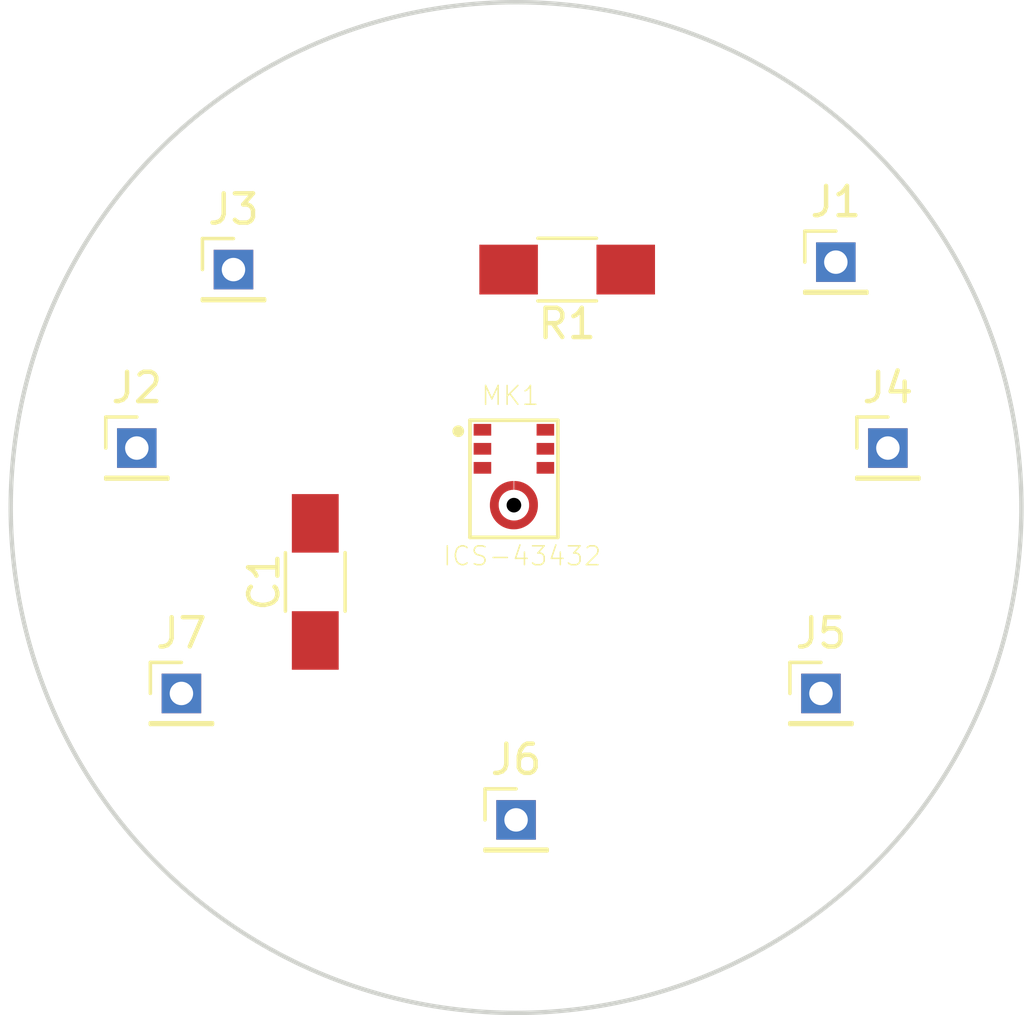
<source format=kicad_pcb>
(kicad_pcb (version 20171130) (host pcbnew 5.0.0-rc2-unknown-2d812c2~65~ubuntu16.04.1)

  (general
    (thickness 1.6)
    (drawings 1)
    (tracks 0)
    (zones 0)
    (modules 10)
    (nets 8)
  )

  (page A4)
  (title_block
    (title "Mems ICS-43432")
    (date 2018-05-23)
    (rev 1.0)
    (company AAC)
    (comment 1 "Author: jgv")
  )

  (layers
    (0 F.Cu signal)
    (31 B.Cu signal)
    (32 B.Adhes user)
    (33 F.Adhes user)
    (34 B.Paste user)
    (35 F.Paste user)
    (36 B.SilkS user)
    (37 F.SilkS user)
    (38 B.Mask user)
    (39 F.Mask user)
    (40 Dwgs.User user)
    (41 Cmts.User user)
    (42 Eco1.User user)
    (43 Eco2.User user)
    (44 Edge.Cuts user)
    (45 Margin user)
    (46 B.CrtYd user)
    (47 F.CrtYd user)
    (48 B.Fab user)
    (49 F.Fab user)
  )

  (setup
    (last_trace_width 0.25)
    (trace_clearance 0.2)
    (zone_clearance 0.508)
    (zone_45_only no)
    (trace_min 0.2)
    (segment_width 0.2)
    (edge_width 0.15)
    (via_size 0.6)
    (via_drill 0.4)
    (via_min_size 0.4)
    (via_min_drill 0.3)
    (uvia_size 0.3)
    (uvia_drill 0.1)
    (uvias_allowed no)
    (uvia_min_size 0.2)
    (uvia_min_drill 0.1)
    (pcb_text_width 0)
    (pcb_text_size 0 0)
    (mod_edge_width 0.15)
    (mod_text_size 1 1)
    (mod_text_width 0.15)
    (pad_size 1.524 1.524)
    (pad_drill 0.762)
    (pad_to_mask_clearance 0.2)
    (aux_axis_origin 0 0)
    (visible_elements FFFFFF7F)
    (pcbplotparams
      (layerselection 0x00030_80000001)
      (usegerberextensions false)
      (usegerberattributes false)
      (usegerberadvancedattributes false)
      (creategerberjobfile false)
      (excludeedgelayer true)
      (linewidth 0.100000)
      (plotframeref false)
      (viasonmask false)
      (mode 1)
      (useauxorigin false)
      (hpglpennumber 1)
      (hpglpenspeed 20)
      (hpglpendiameter 15)
      (psnegative false)
      (psa4output false)
      (plotreference true)
      (plotvalue true)
      (plotinvisibletext false)
      (padsonsilk false)
      (subtractmaskfromsilk false)
      (outputformat 1)
      (mirror false)
      (drillshape 1)
      (scaleselection 1)
      (outputdirectory ""))
  )

  (net 0 "")
  (net 1 GND)
  (net 2 VCC)
  (net 3 "Net-(J1-Pad1)")
  (net 4 "Net-(J2-Pad1)")
  (net 5 "Net-(J3-Pad1)")
  (net 6 "Net-(J4-Pad1)")
  (net 7 "Net-(J5-Pad1)")

  (net_class Default "This is the default net class."
    (clearance 0.2)
    (trace_width 0.25)
    (via_dia 0.6)
    (via_drill 0.4)
    (uvia_dia 0.3)
    (uvia_drill 0.1)
    (add_net GND)
    (add_net "Net-(J1-Pad1)")
    (add_net "Net-(J2-Pad1)")
    (add_net "Net-(J3-Pad1)")
    (add_net "Net-(J4-Pad1)")
    (add_net "Net-(J5-Pad1)")
    (add_net VCC)
  )

  (module Capacitors_SMD:C_1206_HandSoldering (layer F.Cu) (tedit 58AA84D1) (tstamp 5B05D4D2)
    (at 151.13 104.394 90)
    (descr "Capacitor SMD 1206, hand soldering")
    (tags "capacitor 1206")
    (path /5B034554)
    (attr smd)
    (fp_text reference C1 (at 0 -1.75 90) (layer F.SilkS)
      (effects (font (size 1 1) (thickness 0.15)))
    )
    (fp_text value 0.1uF (at 0 2 90) (layer F.Fab)
      (effects (font (size 1 1) (thickness 0.15)))
    )
    (fp_line (start 3.25 1.05) (end -3.25 1.05) (layer F.CrtYd) (width 0.05))
    (fp_line (start 3.25 1.05) (end 3.25 -1.05) (layer F.CrtYd) (width 0.05))
    (fp_line (start -3.25 -1.05) (end -3.25 1.05) (layer F.CrtYd) (width 0.05))
    (fp_line (start -3.25 -1.05) (end 3.25 -1.05) (layer F.CrtYd) (width 0.05))
    (fp_line (start -1 1.02) (end 1 1.02) (layer F.SilkS) (width 0.12))
    (fp_line (start 1 -1.02) (end -1 -1.02) (layer F.SilkS) (width 0.12))
    (fp_line (start -1.6 -0.8) (end 1.6 -0.8) (layer F.Fab) (width 0.1))
    (fp_line (start 1.6 -0.8) (end 1.6 0.8) (layer F.Fab) (width 0.1))
    (fp_line (start 1.6 0.8) (end -1.6 0.8) (layer F.Fab) (width 0.1))
    (fp_line (start -1.6 0.8) (end -1.6 -0.8) (layer F.Fab) (width 0.1))
    (fp_text user %R (at 0 -1.75 90) (layer F.Fab)
      (effects (font (size 1 1) (thickness 0.15)))
    )
    (pad 2 smd rect (at 2 0 90) (size 2 1.6) (layers F.Cu F.Paste F.Mask)
      (net 1 GND))
    (pad 1 smd rect (at -2 0 90) (size 2 1.6) (layers F.Cu F.Paste F.Mask)
      (net 2 VCC))
    (model Capacitors_SMD.3dshapes/C_1206.wrl
      (at (xyz 0 0 0))
      (scale (xyz 1 1 1))
      (rotate (xyz 0 0 0))
    )
  )

  (module Pin_Headers:Pin_Header_Straight_1x01_Pitch2.00mm (layer F.Cu) (tedit 59650533) (tstamp 5B05D856)
    (at 168.91 93.472)
    (descr "Through hole straight pin header, 1x01, 2.00mm pitch, single row")
    (tags "Through hole pin header THT 1x01 2.00mm single row")
    (path /5B0350A3)
    (fp_text reference J1 (at 0 -2.06) (layer F.SilkS)
      (effects (font (size 1 1) (thickness 0.15)))
    )
    (fp_text value Conn_01x01 (at 0 2.06) (layer F.Fab)
      (effects (font (size 1 1) (thickness 0.15)))
    )
    (fp_line (start -0.5 -1) (end 1 -1) (layer F.Fab) (width 0.1))
    (fp_line (start 1 -1) (end 1 1) (layer F.Fab) (width 0.1))
    (fp_line (start 1 1) (end -1 1) (layer F.Fab) (width 0.1))
    (fp_line (start -1 1) (end -1 -0.5) (layer F.Fab) (width 0.1))
    (fp_line (start -1 -0.5) (end -0.5 -1) (layer F.Fab) (width 0.1))
    (fp_line (start -1.06 1.06) (end 1.06 1.06) (layer F.SilkS) (width 0.12))
    (fp_line (start -1.06 1) (end -1.06 1.06) (layer F.SilkS) (width 0.12))
    (fp_line (start 1.06 1) (end 1.06 1.06) (layer F.SilkS) (width 0.12))
    (fp_line (start -1.06 1) (end 1.06 1) (layer F.SilkS) (width 0.12))
    (fp_line (start -1.06 0) (end -1.06 -1.06) (layer F.SilkS) (width 0.12))
    (fp_line (start -1.06 -1.06) (end 0 -1.06) (layer F.SilkS) (width 0.12))
    (fp_line (start -1.5 -1.5) (end -1.5 1.5) (layer F.CrtYd) (width 0.05))
    (fp_line (start -1.5 1.5) (end 1.5 1.5) (layer F.CrtYd) (width 0.05))
    (fp_line (start 1.5 1.5) (end 1.5 -1.5) (layer F.CrtYd) (width 0.05))
    (fp_line (start 1.5 -1.5) (end -1.5 -1.5) (layer F.CrtYd) (width 0.05))
    (fp_text user %R (at 0 0 90) (layer F.Fab)
      (effects (font (size 1 1) (thickness 0.15)))
    )
    (pad 1 thru_hole rect (at 0 0) (size 1.35 1.35) (drill 0.8) (layers *.Cu *.Mask)
      (net 3 "Net-(J1-Pad1)"))
    (model ${KISYS3DMOD}/Pin_Headers.3dshapes/Pin_Header_Straight_1x01_Pitch2.00mm.wrl
      (at (xyz 0 0 0))
      (scale (xyz 1 1 1))
      (rotate (xyz 0 0 0))
    )
  )

  (module Pin_Headers:Pin_Header_Straight_1x01_Pitch2.00mm (layer F.Cu) (tedit 59650533) (tstamp 5B05D4FC)
    (at 145.034 99.822)
    (descr "Through hole straight pin header, 1x01, 2.00mm pitch, single row")
    (tags "Through hole pin header THT 1x01 2.00mm single row")
    (path /5B034F96)
    (fp_text reference J2 (at 0 -2.06) (layer F.SilkS)
      (effects (font (size 1 1) (thickness 0.15)))
    )
    (fp_text value Conn_01x01 (at 0 2.06) (layer F.Fab)
      (effects (font (size 1 1) (thickness 0.15)))
    )
    (fp_line (start -0.5 -1) (end 1 -1) (layer F.Fab) (width 0.1))
    (fp_line (start 1 -1) (end 1 1) (layer F.Fab) (width 0.1))
    (fp_line (start 1 1) (end -1 1) (layer F.Fab) (width 0.1))
    (fp_line (start -1 1) (end -1 -0.5) (layer F.Fab) (width 0.1))
    (fp_line (start -1 -0.5) (end -0.5 -1) (layer F.Fab) (width 0.1))
    (fp_line (start -1.06 1.06) (end 1.06 1.06) (layer F.SilkS) (width 0.12))
    (fp_line (start -1.06 1) (end -1.06 1.06) (layer F.SilkS) (width 0.12))
    (fp_line (start 1.06 1) (end 1.06 1.06) (layer F.SilkS) (width 0.12))
    (fp_line (start -1.06 1) (end 1.06 1) (layer F.SilkS) (width 0.12))
    (fp_line (start -1.06 0) (end -1.06 -1.06) (layer F.SilkS) (width 0.12))
    (fp_line (start -1.06 -1.06) (end 0 -1.06) (layer F.SilkS) (width 0.12))
    (fp_line (start -1.5 -1.5) (end -1.5 1.5) (layer F.CrtYd) (width 0.05))
    (fp_line (start -1.5 1.5) (end 1.5 1.5) (layer F.CrtYd) (width 0.05))
    (fp_line (start 1.5 1.5) (end 1.5 -1.5) (layer F.CrtYd) (width 0.05))
    (fp_line (start 1.5 -1.5) (end -1.5 -1.5) (layer F.CrtYd) (width 0.05))
    (fp_text user %R (at 0 0 90) (layer F.Fab)
      (effects (font (size 1 1) (thickness 0.15)))
    )
    (pad 1 thru_hole rect (at 0 0) (size 1.35 1.35) (drill 0.8) (layers *.Cu *.Mask)
      (net 4 "Net-(J2-Pad1)"))
    (model ${KISYS3DMOD}/Pin_Headers.3dshapes/Pin_Header_Straight_1x01_Pitch2.00mm.wrl
      (at (xyz 0 0 0))
      (scale (xyz 1 1 1))
      (rotate (xyz 0 0 0))
    )
  )

  (module Pin_Headers:Pin_Header_Straight_1x01_Pitch2.00mm (layer F.Cu) (tedit 59650533) (tstamp 5B05D511)
    (at 148.336 93.726)
    (descr "Through hole straight pin header, 1x01, 2.00mm pitch, single row")
    (tags "Through hole pin header THT 1x01 2.00mm single row")
    (path /5B034E17)
    (fp_text reference J3 (at 0 -2.06) (layer F.SilkS)
      (effects (font (size 1 1) (thickness 0.15)))
    )
    (fp_text value Conn_01x01 (at 0 2.06) (layer F.Fab)
      (effects (font (size 1 1) (thickness 0.15)))
    )
    (fp_text user %R (at 0 0 90) (layer F.Fab)
      (effects (font (size 1 1) (thickness 0.15)))
    )
    (fp_line (start 1.5 -1.5) (end -1.5 -1.5) (layer F.CrtYd) (width 0.05))
    (fp_line (start 1.5 1.5) (end 1.5 -1.5) (layer F.CrtYd) (width 0.05))
    (fp_line (start -1.5 1.5) (end 1.5 1.5) (layer F.CrtYd) (width 0.05))
    (fp_line (start -1.5 -1.5) (end -1.5 1.5) (layer F.CrtYd) (width 0.05))
    (fp_line (start -1.06 -1.06) (end 0 -1.06) (layer F.SilkS) (width 0.12))
    (fp_line (start -1.06 0) (end -1.06 -1.06) (layer F.SilkS) (width 0.12))
    (fp_line (start -1.06 1) (end 1.06 1) (layer F.SilkS) (width 0.12))
    (fp_line (start 1.06 1) (end 1.06 1.06) (layer F.SilkS) (width 0.12))
    (fp_line (start -1.06 1) (end -1.06 1.06) (layer F.SilkS) (width 0.12))
    (fp_line (start -1.06 1.06) (end 1.06 1.06) (layer F.SilkS) (width 0.12))
    (fp_line (start -1 -0.5) (end -0.5 -1) (layer F.Fab) (width 0.1))
    (fp_line (start -1 1) (end -1 -0.5) (layer F.Fab) (width 0.1))
    (fp_line (start 1 1) (end -1 1) (layer F.Fab) (width 0.1))
    (fp_line (start 1 -1) (end 1 1) (layer F.Fab) (width 0.1))
    (fp_line (start -0.5 -1) (end 1 -1) (layer F.Fab) (width 0.1))
    (pad 1 thru_hole rect (at 0 0) (size 1.35 1.35) (drill 0.8) (layers *.Cu *.Mask)
      (net 5 "Net-(J3-Pad1)"))
    (model ${KISYS3DMOD}/Pin_Headers.3dshapes/Pin_Header_Straight_1x01_Pitch2.00mm.wrl
      (at (xyz 0 0 0))
      (scale (xyz 1 1 1))
      (rotate (xyz 0 0 0))
    )
  )

  (module Pin_Headers:Pin_Header_Straight_1x01_Pitch2.00mm (layer F.Cu) (tedit 59650533) (tstamp 5B05D526)
    (at 170.688 99.822)
    (descr "Through hole straight pin header, 1x01, 2.00mm pitch, single row")
    (tags "Through hole pin header THT 1x01 2.00mm single row")
    (path /5B035017)
    (fp_text reference J4 (at 0 -2.06) (layer F.SilkS)
      (effects (font (size 1 1) (thickness 0.15)))
    )
    (fp_text value Conn_01x01 (at 0 2.06) (layer F.Fab)
      (effects (font (size 1 1) (thickness 0.15)))
    )
    (fp_text user %R (at 0 0 90) (layer F.Fab)
      (effects (font (size 1 1) (thickness 0.15)))
    )
    (fp_line (start 1.5 -1.5) (end -1.5 -1.5) (layer F.CrtYd) (width 0.05))
    (fp_line (start 1.5 1.5) (end 1.5 -1.5) (layer F.CrtYd) (width 0.05))
    (fp_line (start -1.5 1.5) (end 1.5 1.5) (layer F.CrtYd) (width 0.05))
    (fp_line (start -1.5 -1.5) (end -1.5 1.5) (layer F.CrtYd) (width 0.05))
    (fp_line (start -1.06 -1.06) (end 0 -1.06) (layer F.SilkS) (width 0.12))
    (fp_line (start -1.06 0) (end -1.06 -1.06) (layer F.SilkS) (width 0.12))
    (fp_line (start -1.06 1) (end 1.06 1) (layer F.SilkS) (width 0.12))
    (fp_line (start 1.06 1) (end 1.06 1.06) (layer F.SilkS) (width 0.12))
    (fp_line (start -1.06 1) (end -1.06 1.06) (layer F.SilkS) (width 0.12))
    (fp_line (start -1.06 1.06) (end 1.06 1.06) (layer F.SilkS) (width 0.12))
    (fp_line (start -1 -0.5) (end -0.5 -1) (layer F.Fab) (width 0.1))
    (fp_line (start -1 1) (end -1 -0.5) (layer F.Fab) (width 0.1))
    (fp_line (start 1 1) (end -1 1) (layer F.Fab) (width 0.1))
    (fp_line (start 1 -1) (end 1 1) (layer F.Fab) (width 0.1))
    (fp_line (start -0.5 -1) (end 1 -1) (layer F.Fab) (width 0.1))
    (pad 1 thru_hole rect (at 0 0) (size 1.35 1.35) (drill 0.8) (layers *.Cu *.Mask)
      (net 6 "Net-(J4-Pad1)"))
    (model ${KISYS3DMOD}/Pin_Headers.3dshapes/Pin_Header_Straight_1x01_Pitch2.00mm.wrl
      (at (xyz 0 0 0))
      (scale (xyz 1 1 1))
      (rotate (xyz 0 0 0))
    )
  )

  (module Pin_Headers:Pin_Header_Straight_1x01_Pitch2.00mm (layer F.Cu) (tedit 59650533) (tstamp 5B05D53B)
    (at 168.402 108.204)
    (descr "Through hole straight pin header, 1x01, 2.00mm pitch, single row")
    (tags "Through hole pin header THT 1x01 2.00mm single row")
    (path /5B035122)
    (fp_text reference J5 (at 0 -2.06) (layer F.SilkS)
      (effects (font (size 1 1) (thickness 0.15)))
    )
    (fp_text value Conn_01x01 (at 0 2.06) (layer F.Fab)
      (effects (font (size 1 1) (thickness 0.15)))
    )
    (fp_text user %R (at 0 0 90) (layer F.Fab)
      (effects (font (size 1 1) (thickness 0.15)))
    )
    (fp_line (start 1.5 -1.5) (end -1.5 -1.5) (layer F.CrtYd) (width 0.05))
    (fp_line (start 1.5 1.5) (end 1.5 -1.5) (layer F.CrtYd) (width 0.05))
    (fp_line (start -1.5 1.5) (end 1.5 1.5) (layer F.CrtYd) (width 0.05))
    (fp_line (start -1.5 -1.5) (end -1.5 1.5) (layer F.CrtYd) (width 0.05))
    (fp_line (start -1.06 -1.06) (end 0 -1.06) (layer F.SilkS) (width 0.12))
    (fp_line (start -1.06 0) (end -1.06 -1.06) (layer F.SilkS) (width 0.12))
    (fp_line (start -1.06 1) (end 1.06 1) (layer F.SilkS) (width 0.12))
    (fp_line (start 1.06 1) (end 1.06 1.06) (layer F.SilkS) (width 0.12))
    (fp_line (start -1.06 1) (end -1.06 1.06) (layer F.SilkS) (width 0.12))
    (fp_line (start -1.06 1.06) (end 1.06 1.06) (layer F.SilkS) (width 0.12))
    (fp_line (start -1 -0.5) (end -0.5 -1) (layer F.Fab) (width 0.1))
    (fp_line (start -1 1) (end -1 -0.5) (layer F.Fab) (width 0.1))
    (fp_line (start 1 1) (end -1 1) (layer F.Fab) (width 0.1))
    (fp_line (start 1 -1) (end 1 1) (layer F.Fab) (width 0.1))
    (fp_line (start -0.5 -1) (end 1 -1) (layer F.Fab) (width 0.1))
    (pad 1 thru_hole rect (at 0 0) (size 1.35 1.35) (drill 0.8) (layers *.Cu *.Mask)
      (net 7 "Net-(J5-Pad1)"))
    (model ${KISYS3DMOD}/Pin_Headers.3dshapes/Pin_Header_Straight_1x01_Pitch2.00mm.wrl
      (at (xyz 0 0 0))
      (scale (xyz 1 1 1))
      (rotate (xyz 0 0 0))
    )
  )

  (module Pin_Headers:Pin_Header_Straight_1x01_Pitch2.00mm (layer F.Cu) (tedit 59650533) (tstamp 5B05D550)
    (at 157.988 112.522)
    (descr "Through hole straight pin header, 1x01, 2.00mm pitch, single row")
    (tags "Through hole pin header THT 1x01 2.00mm single row")
    (path /5B0360BF)
    (fp_text reference J6 (at 0 -2.06) (layer F.SilkS)
      (effects (font (size 1 1) (thickness 0.15)))
    )
    (fp_text value Conn_01x01 (at 0 2.06) (layer F.Fab)
      (effects (font (size 1 1) (thickness 0.15)))
    )
    (fp_line (start -0.5 -1) (end 1 -1) (layer F.Fab) (width 0.1))
    (fp_line (start 1 -1) (end 1 1) (layer F.Fab) (width 0.1))
    (fp_line (start 1 1) (end -1 1) (layer F.Fab) (width 0.1))
    (fp_line (start -1 1) (end -1 -0.5) (layer F.Fab) (width 0.1))
    (fp_line (start -1 -0.5) (end -0.5 -1) (layer F.Fab) (width 0.1))
    (fp_line (start -1.06 1.06) (end 1.06 1.06) (layer F.SilkS) (width 0.12))
    (fp_line (start -1.06 1) (end -1.06 1.06) (layer F.SilkS) (width 0.12))
    (fp_line (start 1.06 1) (end 1.06 1.06) (layer F.SilkS) (width 0.12))
    (fp_line (start -1.06 1) (end 1.06 1) (layer F.SilkS) (width 0.12))
    (fp_line (start -1.06 0) (end -1.06 -1.06) (layer F.SilkS) (width 0.12))
    (fp_line (start -1.06 -1.06) (end 0 -1.06) (layer F.SilkS) (width 0.12))
    (fp_line (start -1.5 -1.5) (end -1.5 1.5) (layer F.CrtYd) (width 0.05))
    (fp_line (start -1.5 1.5) (end 1.5 1.5) (layer F.CrtYd) (width 0.05))
    (fp_line (start 1.5 1.5) (end 1.5 -1.5) (layer F.CrtYd) (width 0.05))
    (fp_line (start 1.5 -1.5) (end -1.5 -1.5) (layer F.CrtYd) (width 0.05))
    (fp_text user %R (at 0 0 90) (layer F.Fab)
      (effects (font (size 1 1) (thickness 0.15)))
    )
    (pad 1 thru_hole rect (at 0 0) (size 1.35 1.35) (drill 0.8) (layers *.Cu *.Mask)
      (net 2 VCC))
    (model ${KISYS3DMOD}/Pin_Headers.3dshapes/Pin_Header_Straight_1x01_Pitch2.00mm.wrl
      (at (xyz 0 0 0))
      (scale (xyz 1 1 1))
      (rotate (xyz 0 0 0))
    )
  )

  (module Pin_Headers:Pin_Header_Straight_1x01_Pitch2.00mm (layer F.Cu) (tedit 59650533) (tstamp 5B05D9C4)
    (at 146.558 108.204)
    (descr "Through hole straight pin header, 1x01, 2.00mm pitch, single row")
    (tags "Through hole pin header THT 1x01 2.00mm single row")
    (path /5B03612A)
    (fp_text reference J7 (at 0 -2.06) (layer F.SilkS)
      (effects (font (size 1 1) (thickness 0.15)))
    )
    (fp_text value Conn_01x01 (at 0 2.06) (layer F.Fab)
      (effects (font (size 1 1) (thickness 0.15)))
    )
    (fp_text user %R (at 0 0 90) (layer F.Fab)
      (effects (font (size 1 1) (thickness 0.15)))
    )
    (fp_line (start 1.5 -1.5) (end -1.5 -1.5) (layer F.CrtYd) (width 0.05))
    (fp_line (start 1.5 1.5) (end 1.5 -1.5) (layer F.CrtYd) (width 0.05))
    (fp_line (start -1.5 1.5) (end 1.5 1.5) (layer F.CrtYd) (width 0.05))
    (fp_line (start -1.5 -1.5) (end -1.5 1.5) (layer F.CrtYd) (width 0.05))
    (fp_line (start -1.06 -1.06) (end 0 -1.06) (layer F.SilkS) (width 0.12))
    (fp_line (start -1.06 0) (end -1.06 -1.06) (layer F.SilkS) (width 0.12))
    (fp_line (start -1.06 1) (end 1.06 1) (layer F.SilkS) (width 0.12))
    (fp_line (start 1.06 1) (end 1.06 1.06) (layer F.SilkS) (width 0.12))
    (fp_line (start -1.06 1) (end -1.06 1.06) (layer F.SilkS) (width 0.12))
    (fp_line (start -1.06 1.06) (end 1.06 1.06) (layer F.SilkS) (width 0.12))
    (fp_line (start -1 -0.5) (end -0.5 -1) (layer F.Fab) (width 0.1))
    (fp_line (start -1 1) (end -1 -0.5) (layer F.Fab) (width 0.1))
    (fp_line (start 1 1) (end -1 1) (layer F.Fab) (width 0.1))
    (fp_line (start 1 -1) (end 1 1) (layer F.Fab) (width 0.1))
    (fp_line (start -0.5 -1) (end 1 -1) (layer F.Fab) (width 0.1))
    (pad 1 thru_hole rect (at 0 0) (size 1.35 1.35) (drill 0.8) (layers *.Cu *.Mask)
      (net 1 GND))
    (model ${KISYS3DMOD}/Pin_Headers.3dshapes/Pin_Header_Straight_1x01_Pitch2.00mm.wrl
      (at (xyz 0 0 0))
      (scale (xyz 1 1 1))
      (rotate (xyz 0 0 0))
    )
  )

  (module ICS-43432:MIC_ICS-43432 (layer F.Cu) (tedit 0) (tstamp 5B05D589)
    (at 157.914484 99.847382)
    (path /5B034021)
    (attr smd)
    (fp_text reference MK1 (at -0.125041 -1.81571) (layer F.SilkS)
      (effects (font (size 0.643294 0.643294) (thickness 0.05)))
    )
    (fp_text value ICS-43432 (at 0.283439 3.66222) (layer F.SilkS)
      (effects (font (size 0.64327 0.64327) (thickness 0.05)))
    )
    (fp_line (start 1.5 -0.975) (end 1.5 3.025) (layer Dwgs.User) (width 0.127))
    (fp_line (start 1.5 3.025) (end -1.5 3.025) (layer Dwgs.User) (width 0.127))
    (fp_line (start -1.5 3.025) (end -1.5 -0.975) (layer Dwgs.User) (width 0.127))
    (fp_line (start -1.5 -0.975) (end 1.5 -0.975) (layer Dwgs.User) (width 0.127))
    (fp_line (start 1.5 -0.975) (end 1.5 3.025) (layer F.SilkS) (width 0.127))
    (fp_line (start 1.5 3.025) (end -1.5 3.025) (layer F.SilkS) (width 0.127))
    (fp_line (start -1.5 3.025) (end -1.5 -0.975) (layer F.SilkS) (width 0.127))
    (fp_line (start -1.5 -0.975) (end 1.5 -0.975) (layer F.SilkS) (width 0.127))
    (fp_line (start 1.75 -1.225) (end 1.75 3.275) (layer Dwgs.User) (width 0.05))
    (fp_line (start 1.75 3.275) (end -1.75 3.275) (layer Dwgs.User) (width 0.05))
    (fp_line (start -1.75 3.275) (end -1.75 -1.225) (layer Dwgs.User) (width 0.05))
    (fp_line (start -1.75 -1.225) (end 1.75 -1.225) (layer Dwgs.User) (width 0.05))
    (fp_circle (center -1.9 -0.6) (end -1.8 -0.6) (layer F.SilkS) (width 0.2))
    (fp_poly (pts (xy -0.825 -0.8) (xy -0.825 -0.5) (xy -1.325 -0.5) (xy -1.325 -0.8)) (layer F.Paste) (width 0.0001))
    (fp_poly (pts (xy -0.825 -0.15) (xy -0.825 0.15) (xy -1.325 0.15) (xy -1.325 -0.15)) (layer F.Paste) (width 0.0001))
    (fp_poly (pts (xy -0.825 0.5) (xy -0.825 0.8) (xy -1.325 0.8) (xy -1.325 0.5)) (layer F.Paste) (width 0.0001))
    (fp_poly (pts (xy 1.325 -0.8) (xy 1.325 -0.5) (xy 0.825 -0.5) (xy 0.825 -0.8)) (layer F.Paste) (width 0.0001))
    (fp_poly (pts (xy 1.325 -0.15) (xy 1.325 0.15) (xy 0.825 0.15) (xy 0.825 -0.15)) (layer F.Paste) (width 0.0001))
    (fp_poly (pts (xy 1.325 0.5) (xy 1.325 0.8) (xy 0.825 0.8) (xy 0.825 0.5)) (layer F.Paste) (width 0.0001))
    (fp_poly (pts (xy 0.05 1.345) (xy 0.065392 1.34634) (xy 0.092184 1.34995) (xy 0.118778 1.3548)
      (xy 0.145119 1.36088) (xy 0.171148 1.36818) (xy 0.196809 1.37668) (xy 0.222047 1.38637)
      (xy 0.246806 1.39722) (xy 0.271034 1.40921) (xy 0.294678 1.42232) (xy 0.317687 1.43651)
      (xy 0.34001 1.45176) (xy 0.3616 1.46803) (xy 0.382409 1.48528) (xy 0.402393 1.50349)
      (xy 0.421509 1.5226) (xy 0.439714 1.54259) (xy 0.45697 1.5634) (xy 0.473239 1.58499)
      (xy 0.488486 1.60731) (xy 0.502678 1.63032) (xy 0.515784 1.65396) (xy 0.527776 1.67819)
      (xy 0.538628 1.70295) (xy 0.548316 1.72819) (xy 0.556819 1.75385) (xy 0.564119 1.77988)
      (xy 0.5702 1.80622) (xy 0.575049 1.83281) (xy 0.578656 1.8596) (xy 0.58 1.875)
      (xy 0.82 1.875) (xy 0.819526 1.8608) (xy 0.81611 1.82067) (xy 0.810691 1.78077)
      (xy 0.803283 1.74118) (xy 0.793905 1.70202) (xy 0.78258 1.66337) (xy 0.769337 1.62534)
      (xy 0.754208 1.58802) (xy 0.737231 1.55151) (xy 0.71845 1.51588) (xy 0.69791 1.48124)
      (xy 0.675664 1.44768) (xy 0.651767 1.41526) (xy 0.626278 1.38408) (xy 0.599263 1.35422)
      (xy 0.570787 1.32574) (xy 0.540923 1.29873) (xy 0.509745 1.27324) (xy 0.477332 1.24934)
      (xy 0.443764 1.22709) (xy 0.409125 1.20655) (xy 0.373502 1.18777) (xy 0.336985 1.1708)
      (xy 0.299664 1.15567) (xy 0.261634 1.14242) (xy 0.222988 1.1311) (xy 0.183825 1.12172)
      (xy 0.144242 1.11431) (xy 0.104337 1.10889) (xy 0.064212 1.10547) (xy 0.05 1.105)) (layer F.Paste) (width 0.001))
    (fp_poly (pts (xy -0.58 1.875) (xy -0.578657 1.85961) (xy -0.57505 1.83282) (xy -0.570201 1.80622)
      (xy -0.56412 1.77988) (xy -0.55682 1.75385) (xy -0.548317 1.72819) (xy -0.538629 1.70295)
      (xy -0.527778 1.67819) (xy -0.515786 1.65397) (xy -0.502681 1.63032) (xy -0.488489 1.60731)
      (xy -0.473242 1.58499) (xy -0.456973 1.5634) (xy -0.439717 1.54259) (xy -0.421512 1.52261)
      (xy -0.402397 1.50349) (xy -0.382413 1.48529) (xy -0.361604 1.46803) (xy -0.340014 1.45176)
      (xy -0.317691 1.43651) (xy -0.294682 1.42232) (xy -0.271039 1.40922) (xy -0.246811 1.39722)
      (xy -0.222051 1.38637) (xy -0.196814 1.37668) (xy -0.171152 1.36818) (xy -0.145124 1.36088)
      (xy -0.118783 1.3548) (xy -0.092189 1.34995) (xy -0.065397 1.34634) (xy -0.05 1.345)
      (xy -0.05 1.105) (xy -0.064203 1.10547) (xy -0.104329 1.10889) (xy -0.144233 1.11431)
      (xy -0.183817 1.12172) (xy -0.22298 1.13109) (xy -0.261626 1.14242) (xy -0.299657 1.15566)
      (xy -0.336977 1.17079) (xy -0.373495 1.18777) (xy -0.409118 1.20655) (xy -0.443757 1.22709)
      (xy -0.477325 1.24934) (xy -0.509739 1.27323) (xy -0.540917 1.29872) (xy -0.570781 1.32574)
      (xy -0.599257 1.35421) (xy -0.626273 1.38408) (xy -0.651762 1.41525) (xy -0.675659 1.44767)
      (xy -0.697906 1.48124) (xy -0.718446 1.51587) (xy -0.737228 1.5515) (xy -0.754205 1.58801)
      (xy -0.769334 1.62534) (xy -0.782578 1.66337) (xy -0.793903 1.70201) (xy -0.803281 1.74117)
      (xy -0.810689 1.78076) (xy -0.816109 1.82066) (xy -0.819525 1.86079) (xy -0.82 1.875)) (layer F.Paste) (width 0.001))
    (fp_poly (pts (xy -0.05 2.505) (xy -0.065392 2.50366) (xy -0.092184 2.50005) (xy -0.118778 2.4952)
      (xy -0.145119 2.48912) (xy -0.171148 2.48182) (xy -0.196809 2.47332) (xy -0.222047 2.46363)
      (xy -0.246806 2.45278) (xy -0.271034 2.44079) (xy -0.294678 2.42768) (xy -0.317687 2.41349)
      (xy -0.34001 2.39824) (xy -0.3616 2.38197) (xy -0.382409 2.36472) (xy -0.402393 2.34651)
      (xy -0.421509 2.3274) (xy -0.439714 2.30741) (xy -0.45697 2.2866) (xy -0.473239 2.26501)
      (xy -0.488486 2.24269) (xy -0.502678 2.21968) (xy -0.515784 2.19604) (xy -0.527776 2.17181)
      (xy -0.538628 2.14705) (xy -0.548316 2.12181) (xy -0.556819 2.09615) (xy -0.564119 2.07012)
      (xy -0.5702 2.04378) (xy -0.575049 2.01719) (xy -0.578656 1.9904) (xy -0.58 1.975)
      (xy -0.82 1.975) (xy -0.819526 1.9892) (xy -0.81611 2.02933) (xy -0.810691 2.06923)
      (xy -0.803283 2.10882) (xy -0.793905 2.14798) (xy -0.78258 2.18663) (xy -0.769337 2.22466)
      (xy -0.754208 2.26198) (xy -0.737231 2.29849) (xy -0.71845 2.33412) (xy -0.69791 2.36876)
      (xy -0.675664 2.40232) (xy -0.651767 2.43474) (xy -0.626278 2.46592) (xy -0.599263 2.49578)
      (xy -0.570787 2.52426) (xy -0.540923 2.55127) (xy -0.509745 2.57676) (xy -0.477332 2.60066)
      (xy -0.443764 2.62291) (xy -0.409125 2.64345) (xy -0.373502 2.66223) (xy -0.336985 2.6792)
      (xy -0.299664 2.69433) (xy -0.261634 2.70758) (xy -0.222988 2.7189) (xy -0.183825 2.72828)
      (xy -0.144242 2.73569) (xy -0.104337 2.74111) (xy -0.064212 2.74453) (xy -0.05 2.745)) (layer F.Paste) (width 0.001))
    (fp_poly (pts (xy 0.58 1.975) (xy 0.578657 1.99039) (xy 0.57505 2.01718) (xy 0.570201 2.04378)
      (xy 0.56412 2.07012) (xy 0.55682 2.09615) (xy 0.548317 2.12181) (xy 0.538629 2.14705)
      (xy 0.527778 2.17181) (xy 0.515786 2.19603) (xy 0.502681 2.21968) (xy 0.488489 2.24269)
      (xy 0.473242 2.26501) (xy 0.456973 2.2866) (xy 0.439717 2.30741) (xy 0.421512 2.32739)
      (xy 0.402397 2.34651) (xy 0.382413 2.36471) (xy 0.361604 2.38197) (xy 0.340014 2.39824)
      (xy 0.317691 2.41349) (xy 0.294682 2.42768) (xy 0.271039 2.44078) (xy 0.246811 2.45278)
      (xy 0.222051 2.46363) (xy 0.196814 2.47332) (xy 0.171152 2.48182) (xy 0.145124 2.48912)
      (xy 0.118783 2.4952) (xy 0.092189 2.50005) (xy 0.065397 2.50366) (xy 0.05 2.505)
      (xy 0.05 2.745) (xy 0.064203 2.74453) (xy 0.104329 2.74111) (xy 0.144233 2.73569)
      (xy 0.183817 2.72828) (xy 0.22298 2.71891) (xy 0.261626 2.70758) (xy 0.299657 2.69434)
      (xy 0.336977 2.67921) (xy 0.373495 2.66223) (xy 0.409118 2.64345) (xy 0.443757 2.62291)
      (xy 0.477325 2.60066) (xy 0.509739 2.57677) (xy 0.540917 2.55128) (xy 0.570781 2.52426)
      (xy 0.599257 2.49579) (xy 0.626273 2.46592) (xy 0.651762 2.43475) (xy 0.675659 2.40233)
      (xy 0.697906 2.36876) (xy 0.718446 2.33413) (xy 0.737228 2.2985) (xy 0.754205 2.26199)
      (xy 0.769334 2.22466) (xy 0.782578 2.18663) (xy 0.793903 2.14799) (xy 0.803281 2.10883)
      (xy 0.810689 2.06924) (xy 0.816109 2.02934) (xy 0.819525 1.98921) (xy 0.82 1.975)) (layer F.Paste) (width 0.001))
    (fp_poly (pts (xy -0.01 1.1) (xy -0.01 1.4) (xy -0.02 1.4) (xy -0.03309 1.4)
      (xy -0.05924 1.40137) (xy -0.085283 1.40411) (xy -0.111146 1.4082) (xy -0.13676 1.41365)
      (xy -0.162053 1.42043) (xy -0.186958 1.42852) (xy -0.211405 1.4379) (xy -0.235327 1.44855)
      (xy -0.258658 1.46044) (xy -0.281336 1.47353) (xy -0.303298 1.48779) (xy -0.324483 1.50319)
      (xy -0.344833 1.51966) (xy -0.364293 1.53719) (xy -0.382809 1.5557) (xy -0.400331 1.57516)
      (xy -0.416811 1.59551) (xy -0.432203 1.6167) (xy -0.446465 1.63866) (xy -0.459558 1.66134)
      (xy -0.471446 1.68467) (xy -0.482097 1.70859) (xy -0.491481 1.73304) (xy -0.499573 1.75794)
      (xy -0.506351 1.78323) (xy -0.511795 1.80885) (xy -0.515892 1.83471) (xy -0.518629 1.86075)
      (xy -0.52 1.8869) (xy -0.52 1.9) (xy -0.52 1.93) (xy -0.52 1.94361)
      (xy -0.518575 1.97081) (xy -0.515728 1.99789) (xy -0.511468 2.02479) (xy -0.505806 2.05143)
      (xy -0.498758 2.07774) (xy -0.490343 2.10364) (xy -0.480583 2.12906) (xy -0.469507 2.15394)
      (xy -0.457143 2.1782) (xy -0.443526 2.20179) (xy -0.428694 2.22463) (xy -0.412687 2.24666)
      (xy -0.395549 2.26783) (xy -0.377326 2.28806) (xy -0.358069 2.30732) (xy -0.337831 2.32554)
      (xy -0.316667 2.34268) (xy -0.294635 2.35869) (xy -0.271795 2.37352) (xy -0.24821 2.38714)
      (xy -0.223945 2.3995) (xy -0.199066 2.41058) (xy -0.173642 2.42034) (xy -0.147742 2.42876)
      (xy -0.121436 2.4358) (xy -0.094798 2.44147) (xy -0.0679 2.44573) (xy -0.040816 2.44857)
      (xy -0.01362 2.45) (xy 0 2.45) (xy 0.01 2.45) (xy 0.023352 2.45)
      (xy 0.050025 2.4486) (xy 0.076588 2.44581) (xy 0.102969 2.44163) (xy 0.129095 2.43608)
      (xy 0.154895 2.42917) (xy 0.180297 2.42091) (xy 0.205233 2.41134) (xy 0.229633 2.40048)
      (xy 0.253432 2.38835) (xy 0.276563 2.375) (xy 0.298964 2.36045) (xy 0.320572 2.34475)
      (xy 0.34133 2.32794) (xy 0.361179 2.31007) (xy 0.380066 2.29118) (xy 0.397938 2.27133)
      (xy 0.414747 2.25058) (xy 0.430447 2.22897) (xy 0.444994 2.20657) (xy 0.458349 2.18344)
      (xy 0.470475 2.15964) (xy 0.481339 2.13524) (xy 0.490911 2.1103) (xy 0.499165 2.0849)
      (xy 0.506078 2.0591) (xy 0.511631 2.03297) (xy 0.51581 2.00659) (xy 0.518602 1.98003)
      (xy 0.52 1.95336) (xy 0.52 1.94) (xy 0.52 1.91) (xy 0.52 1.89665)
      (xy 0.518602 1.86998) (xy 0.515811 1.84341) (xy 0.511632 1.81703) (xy 0.506079 1.79091)
      (xy 0.499166 1.76511) (xy 0.490913 1.7397) (xy 0.481341 1.71477) (xy 0.470478 1.69037)
      (xy 0.458352 1.66657) (xy 0.444997 1.64344) (xy 0.43045 1.62104) (xy 0.414751 1.59943)
      (xy 0.397942 1.57867) (xy 0.38007 1.55882) (xy 0.361183 1.53993) (xy 0.341334 1.52206)
      (xy 0.320577 1.50525) (xy 0.298969 1.48955) (xy 0.276568 1.47501) (xy 0.253437 1.46165)
      (xy 0.229639 1.44953) (xy 0.205238 1.43866) (xy 0.180303 1.42909) (xy 0.1549 1.42084)
      (xy 0.129101 1.41392) (xy 0.102975 1.40837) (xy 0.076594 1.40419) (xy 0.050031 1.4014)
      (xy 0.023358 1.4) (xy 0.01 1.4) (xy 0.01 1.1) (xy 0.02 1.1)
      (xy 0.040944 1.1) (xy 0.082784 1.10219) (xy 0.124452 1.10657) (xy 0.165834 1.11313)
      (xy 0.206816 1.12184) (xy 0.247286 1.13268) (xy 0.287132 1.14563) (xy 0.326247 1.16064)
      (xy 0.364523 1.17768) (xy 0.401854 1.1967) (xy 0.438138 1.21765) (xy 0.473276 1.24047)
      (xy 0.507172 1.2651) (xy 0.539733 1.29146) (xy 0.570869 1.3195) (xy 0.600495 1.34912)
      (xy 0.62853 1.38026) (xy 0.654897 1.41282) (xy 0.679524 1.44672) (xy 0.702343 1.48185)
      (xy 0.723292 1.51814) (xy 0.742314 1.55547) (xy 0.759355 1.59374) (xy 0.77437 1.63286)
      (xy 0.787317 1.67271) (xy 0.798161 1.71318) (xy 0.806873 1.75416) (xy 0.813427 1.79554)
      (xy 0.817807 1.83721) (xy 0.82 1.87905) (xy 0.82 1.9) (xy 0.82 1.93)
      (xy 0.82 1.95147) (xy 0.817753 1.99435) (xy 0.813264 2.03706) (xy 0.806546 2.07948)
      (xy 0.797618 2.12149) (xy 0.786503 2.16297) (xy 0.773233 2.20381) (xy 0.757843 2.2439)
      (xy 0.740376 2.28314) (xy 0.720879 2.3214) (xy 0.699407 2.35859) (xy 0.676018 2.39461)
      (xy 0.650776 2.42935) (xy 0.62375 2.46273) (xy 0.595014 2.49464) (xy 0.564648 2.52501)
      (xy 0.532734 2.55374) (xy 0.499359 2.58077) (xy 0.464616 2.60601) (xy 0.4286 2.6294)
      (xy 0.391409 2.65087) (xy 0.353144 2.67037) (xy 0.313912 2.68784) (xy 0.27382 2.70323)
      (xy 0.232977 2.7165) (xy 0.191496 2.72762) (xy 0.149489 2.73654) (xy 0.107073 2.74326)
      (xy 0.064363 2.74775) (xy 0.021477 2.75) (xy 0 2.75) (xy -0.01 2.75)
      (xy -0.031206 2.75) (xy -0.073569 2.74778) (xy -0.115758 2.74335) (xy -0.157657 2.73671)
      (xy -0.199151 2.72789) (xy -0.240127 2.71691) (xy -0.280472 2.7038) (xy -0.320075 2.6886)
      (xy -0.358829 2.67135) (xy -0.396627 2.65209) (xy -0.433365 2.63088) (xy -0.468942 2.60777)
      (xy -0.503262 2.58284) (xy -0.536229 2.55614) (xy -0.567755 2.52776) (xy -0.597751 2.49776)
      (xy -0.626137 2.46624) (xy -0.652833 2.43327) (xy -0.677768 2.39895) (xy -0.700873 2.36337)
      (xy -0.722083 2.32664) (xy -0.741342 2.28884) (xy -0.758597 2.25008) (xy -0.7738 2.21048)
      (xy -0.786909 2.17014) (xy -0.797888 2.12916) (xy -0.806708 2.08767) (xy -0.813345 2.04577)
      (xy -0.817779 2.00358) (xy -0.82 1.96122) (xy -0.82 1.94) (xy -0.82 1.91)
      (xy -0.82 1.88879) (xy -0.81778 1.84643) (xy -0.813346 1.80424) (xy -0.80671 1.76234)
      (xy -0.797891 1.72085) (xy -0.786911 1.67987) (xy -0.773803 1.63953) (xy -0.758601 1.59992)
      (xy -0.741347 1.56117) (xy -0.722088 1.52337) (xy -0.700878 1.48664) (xy -0.677774 1.45106)
      (xy -0.652839 1.41674) (xy -0.626143 1.38377) (xy -0.597758 1.35225) (xy -0.567762 1.32225)
      (xy -0.536237 1.29386) (xy -0.50327 1.26717) (xy -0.46895 1.24223) (xy -0.433373 1.21913)
      (xy -0.396635 1.19792) (xy -0.358838 1.17866) (xy -0.320084 1.1614) (xy -0.280481 1.1462)
      (xy -0.240136 1.13309) (xy -0.19916 1.12211) (xy -0.157666 1.11329) (xy -0.115767 1.10666)
      (xy -0.073579 1.10222) (xy -0.031215 1.1)) (layer F.Cu) (width 0.001))
    (pad 1 smd rect (at -1.075 -0.65) (size 0.6 0.4) (layers F.Cu F.Paste F.Mask)
      (net 5 "Net-(J3-Pad1)"))
    (pad 4 smd rect (at 0 2.5 270) (size 0.1 0.1) (layers F.Cu F.Paste F.Mask)
      (net 1 GND))
    (pad 2 smd rect (at -1.075 0) (size 0.6 0.4) (layers F.Cu F.Paste F.Mask)
      (net 4 "Net-(J2-Pad1)"))
    (pad 3 smd rect (at -1.075 0.65) (size 0.6 0.4) (layers F.Cu F.Paste F.Mask)
      (net 2 VCC))
    (pad 7 smd rect (at 1.075 -0.65) (size 0.6 0.4) (layers F.Cu F.Paste F.Mask)
      (net 3 "Net-(J1-Pad1)"))
    (pad 6 smd rect (at 1.075 0) (size 0.6 0.4) (layers F.Cu F.Paste F.Mask)
      (net 6 "Net-(J4-Pad1)"))
    (pad 5 smd rect (at 1.075 0.65) (size 0.6 0.4) (layers F.Cu F.Paste F.Mask)
      (net 7 "Net-(J5-Pad1)"))
    (pad Hole np_thru_hole circle (at 0 1.925) (size 0.5 0.5) (drill 0.5) (layers))
  )

  (module Resistors_SMD:R_1206_HandSoldering (layer F.Cu) (tedit 58E0A804) (tstamp 5B05D59A)
    (at 159.734 93.726 180)
    (descr "Resistor SMD 1206, hand soldering")
    (tags "resistor 1206")
    (path /5B04B399)
    (attr smd)
    (fp_text reference R1 (at 0 -1.85 180) (layer F.SilkS)
      (effects (font (size 1 1) (thickness 0.15)))
    )
    (fp_text value 100k (at 0 1.9 180) (layer F.Fab)
      (effects (font (size 1 1) (thickness 0.15)))
    )
    (fp_line (start 3.25 1.1) (end -3.25 1.1) (layer F.CrtYd) (width 0.05))
    (fp_line (start 3.25 1.1) (end 3.25 -1.11) (layer F.CrtYd) (width 0.05))
    (fp_line (start -3.25 -1.11) (end -3.25 1.1) (layer F.CrtYd) (width 0.05))
    (fp_line (start -3.25 -1.11) (end 3.25 -1.11) (layer F.CrtYd) (width 0.05))
    (fp_line (start -1 -1.07) (end 1 -1.07) (layer F.SilkS) (width 0.12))
    (fp_line (start 1 1.07) (end -1 1.07) (layer F.SilkS) (width 0.12))
    (fp_line (start -1.6 -0.8) (end 1.6 -0.8) (layer F.Fab) (width 0.1))
    (fp_line (start 1.6 -0.8) (end 1.6 0.8) (layer F.Fab) (width 0.1))
    (fp_line (start 1.6 0.8) (end -1.6 0.8) (layer F.Fab) (width 0.1))
    (fp_line (start -1.6 0.8) (end -1.6 -0.8) (layer F.Fab) (width 0.1))
    (fp_text user %R (at 0 0 180) (layer F.Fab)
      (effects (font (size 0.7 0.7) (thickness 0.105)))
    )
    (pad 2 smd rect (at 2 0 180) (size 2 1.7) (layers F.Cu F.Paste F.Mask)
      (net 1 GND))
    (pad 1 smd rect (at -2 0 180) (size 2 1.7) (layers F.Cu F.Paste F.Mask)
      (net 3 "Net-(J1-Pad1)"))
    (model ${KISYS3DMOD}/Resistors_SMD.3dshapes/R_1206.wrl
      (at (xyz 0 0 0))
      (scale (xyz 1 1 1))
      (rotate (xyz 0 0 0))
    )
  )

  (gr_circle (center 157.988 101.854) (end 175.24879 101.854) (layer Edge.Cuts) (width 0.15))

)

</source>
